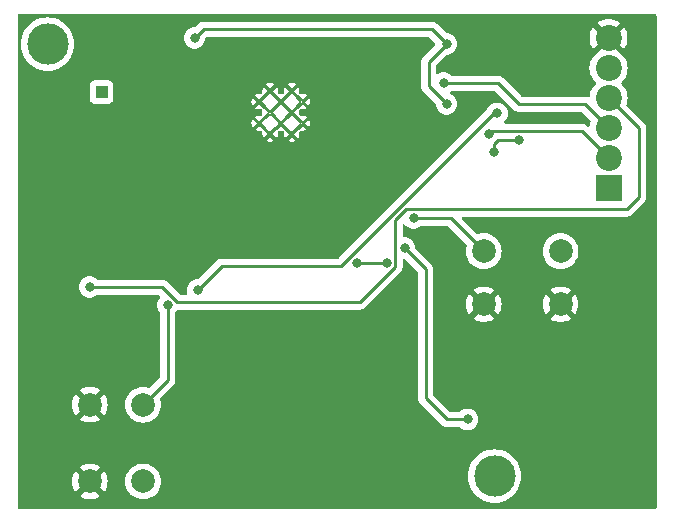
<source format=gbl>
G04 #@! TF.GenerationSoftware,KiCad,Pcbnew,7.0.8*
G04 #@! TF.CreationDate,2023-10-19T15:12:35+02:00*
G04 #@! TF.ProjectId,ESP32-aqs,45535033-322d-4617-9173-2e6b69636164,rev?*
G04 #@! TF.SameCoordinates,Original*
G04 #@! TF.FileFunction,Copper,L2,Bot*
G04 #@! TF.FilePolarity,Positive*
%FSLAX46Y46*%
G04 Gerber Fmt 4.6, Leading zero omitted, Abs format (unit mm)*
G04 Created by KiCad (PCBNEW 7.0.8) date 2023-10-19 15:12:35*
%MOMM*%
%LPD*%
G01*
G04 APERTURE LIST*
G04 #@! TA.AperFunction,ComponentPad*
%ADD10C,3.500000*%
G04 #@! TD*
G04 #@! TA.AperFunction,ComponentPad*
%ADD11C,2.000000*%
G04 #@! TD*
G04 #@! TA.AperFunction,ComponentPad*
%ADD12C,0.300000*%
G04 #@! TD*
G04 #@! TA.AperFunction,ComponentPad*
%ADD13R,1.000000X1.000000*%
G04 #@! TD*
G04 #@! TA.AperFunction,ComponentPad*
%ADD14R,2.200000X2.200000*%
G04 #@! TD*
G04 #@! TA.AperFunction,ComponentPad*
%ADD15C,2.200000*%
G04 #@! TD*
G04 #@! TA.AperFunction,ViaPad*
%ADD16C,0.800000*%
G04 #@! TD*
G04 #@! TA.AperFunction,Conductor*
%ADD17C,0.250000*%
G04 #@! TD*
G04 APERTURE END LIST*
D10*
X173736000Y-105156000D03*
D11*
X139482000Y-105612000D03*
X139482000Y-99112000D03*
X143982000Y-105612000D03*
X143982000Y-99112000D03*
D12*
X154727500Y-72530000D03*
X156562500Y-72530000D03*
X153810000Y-73447500D03*
X155645000Y-73447500D03*
X157480000Y-73447500D03*
X154727500Y-74365000D03*
X156562500Y-74365000D03*
X153810000Y-75282500D03*
X155645000Y-75282500D03*
X157480000Y-75282500D03*
X154727500Y-76200000D03*
X156562500Y-76200000D03*
D10*
X135890000Y-68580000D03*
D13*
X140462000Y-72644000D03*
D14*
X183388000Y-80772000D03*
D15*
X183388000Y-78232000D03*
X183388000Y-75692000D03*
X183388000Y-73152000D03*
X183388000Y-70612000D03*
X183388000Y-68072000D03*
D11*
X172824000Y-86106000D03*
X179324000Y-86106000D03*
X172824000Y-90606000D03*
X179324000Y-90606000D03*
D16*
X139446000Y-89154000D03*
X165100000Y-89408000D03*
X182324000Y-97850000D03*
X173687000Y-77749000D03*
X169672000Y-73660000D03*
X148336000Y-68072000D03*
X169672000Y-68580000D03*
X175768000Y-76708000D03*
X146050000Y-90678000D03*
X173309075Y-76199500D03*
X169418000Y-71882000D03*
X171450000Y-100350000D03*
X166116000Y-85852000D03*
X148590000Y-89408000D03*
X173941000Y-74447000D03*
X162052000Y-87122000D03*
X164592000Y-87122000D03*
X166878000Y-83312000D03*
D17*
X162315305Y-90424000D02*
X165317000Y-87422305D01*
X139446000Y-89154000D02*
X145551305Y-89154000D01*
X165317000Y-83468091D02*
X166235091Y-82550000D01*
X146812000Y-90414695D02*
X147056695Y-90414695D01*
X184912000Y-82550000D02*
X185928000Y-81534000D01*
X166235091Y-82550000D02*
X184912000Y-82550000D01*
X165317000Y-87422305D02*
X165317000Y-83468091D01*
X145551305Y-89154000D02*
X146812000Y-90414695D01*
X147056695Y-90414695D02*
X147066000Y-90424000D01*
X185928000Y-75692000D02*
X183388000Y-73152000D01*
X185928000Y-81534000D02*
X185928000Y-75692000D01*
X147066000Y-90424000D02*
X162315305Y-90424000D01*
X173687000Y-77011000D02*
X173990000Y-76708000D01*
X173687000Y-77749000D02*
X173687000Y-77011000D01*
X173990000Y-76708000D02*
X175768000Y-76708000D01*
X149098000Y-67310000D02*
X148336000Y-68072000D01*
X169672000Y-68580000D02*
X168402000Y-67310000D01*
X168148000Y-70104000D02*
X168148000Y-72136000D01*
X168148000Y-72136000D02*
X169672000Y-73660000D01*
X168402000Y-67310000D02*
X149098000Y-67310000D01*
X169672000Y-68580000D02*
X168148000Y-70104000D01*
X146050000Y-97044000D02*
X143982000Y-99112000D01*
X146050000Y-90678000D02*
X146050000Y-97044000D01*
X173309075Y-76199500D02*
X173562575Y-75946000D01*
X173562575Y-75946000D02*
X181102000Y-75946000D01*
X181102000Y-75946000D02*
X183388000Y-78232000D01*
X183388000Y-75692000D02*
X181356000Y-73660000D01*
X173990000Y-71882000D02*
X169418000Y-71882000D01*
X175768000Y-73660000D02*
X173990000Y-71882000D01*
X181356000Y-73660000D02*
X175768000Y-73660000D01*
X171450000Y-100350000D02*
X169692000Y-100350000D01*
X167894000Y-87630000D02*
X166116000Y-85852000D01*
X167894000Y-98552000D02*
X167894000Y-87630000D01*
X169692000Y-100350000D02*
X167894000Y-98552000D01*
X173941000Y-74447000D02*
X173701695Y-74447000D01*
X173701695Y-74447000D02*
X160772695Y-87376000D01*
X160772695Y-87376000D02*
X150622000Y-87376000D01*
X150622000Y-87376000D02*
X148590000Y-89408000D01*
X162052000Y-87122000D02*
X164592000Y-87122000D01*
X166878000Y-83312000D02*
X170030000Y-83312000D01*
X170030000Y-83312000D02*
X172824000Y-86106000D01*
G04 #@! TA.AperFunction,Conductor*
G36*
X187394539Y-66060185D02*
G01*
X187440294Y-66112989D01*
X187451500Y-66164500D01*
X187451500Y-107825500D01*
X187431815Y-107892539D01*
X187379011Y-107938294D01*
X187327500Y-107949500D01*
X133474500Y-107949500D01*
X133407461Y-107929815D01*
X133361706Y-107877011D01*
X133350500Y-107825500D01*
X133350500Y-105612005D01*
X137976859Y-105612005D01*
X137997385Y-105859729D01*
X137997387Y-105859738D01*
X138058412Y-106100717D01*
X138158266Y-106328364D01*
X138258564Y-106481882D01*
X138956070Y-105784376D01*
X138958884Y-105797915D01*
X139028442Y-105932156D01*
X139131638Y-106042652D01*
X139260819Y-106121209D01*
X139312002Y-106135549D01*
X138611942Y-106835609D01*
X138658768Y-106872055D01*
X138658770Y-106872056D01*
X138877385Y-106990364D01*
X138877396Y-106990369D01*
X139112506Y-107071083D01*
X139357707Y-107112000D01*
X139606293Y-107112000D01*
X139851493Y-107071083D01*
X140086603Y-106990369D01*
X140086614Y-106990364D01*
X140305228Y-106872057D01*
X140305231Y-106872055D01*
X140352056Y-106835609D01*
X139653568Y-106137121D01*
X139770458Y-106086349D01*
X139887739Y-105990934D01*
X139974928Y-105867415D01*
X140005354Y-105781802D01*
X140705434Y-106481882D01*
X140805731Y-106328369D01*
X140905587Y-106100717D01*
X140966612Y-105859738D01*
X140966614Y-105859729D01*
X140987141Y-105612005D01*
X140987141Y-105612000D01*
X142468835Y-105612000D01*
X142487465Y-105848714D01*
X142542895Y-106079595D01*
X142542895Y-106079597D01*
X142633757Y-106298959D01*
X142633759Y-106298962D01*
X142757820Y-106501410D01*
X142757821Y-106501413D01*
X142757824Y-106501416D01*
X142912031Y-106681969D01*
X142999210Y-106756427D01*
X143092586Y-106836178D01*
X143092589Y-106836179D01*
X143295037Y-106960240D01*
X143295040Y-106960242D01*
X143514403Y-107051104D01*
X143514404Y-107051104D01*
X143514406Y-107051105D01*
X143745289Y-107106535D01*
X143982000Y-107125165D01*
X144218711Y-107106535D01*
X144449594Y-107051105D01*
X144449596Y-107051104D01*
X144449597Y-107051104D01*
X144668959Y-106960242D01*
X144668960Y-106960241D01*
X144668963Y-106960240D01*
X144871416Y-106836176D01*
X145051969Y-106681969D01*
X145206176Y-106501416D01*
X145330240Y-106298963D01*
X145334915Y-106287678D01*
X145421104Y-106079597D01*
X145421104Y-106079596D01*
X145421105Y-106079594D01*
X145476535Y-105848711D01*
X145495165Y-105612000D01*
X145476535Y-105375289D01*
X145423888Y-105156000D01*
X171472654Y-105156000D01*
X171492017Y-105451424D01*
X171492018Y-105451436D01*
X171549774Y-105741789D01*
X171549779Y-105741809D01*
X171644937Y-106022137D01*
X171644941Y-106022147D01*
X171775879Y-106287663D01*
X171775888Y-106287678D01*
X171803074Y-106328364D01*
X171918703Y-106501416D01*
X171940368Y-106533839D01*
X172135572Y-106756427D01*
X172225862Y-106835609D01*
X172358162Y-106951633D01*
X172604327Y-107116115D01*
X172604330Y-107116116D01*
X172604336Y-107116120D01*
X172869852Y-107247058D01*
X172869862Y-107247062D01*
X173150190Y-107342220D01*
X173150194Y-107342221D01*
X173150203Y-107342224D01*
X173346493Y-107381269D01*
X173440563Y-107399981D01*
X173440564Y-107399981D01*
X173440574Y-107399983D01*
X173736000Y-107419346D01*
X174031426Y-107399983D01*
X174321797Y-107342224D01*
X174321809Y-107342220D01*
X174602137Y-107247062D01*
X174602147Y-107247058D01*
X174867663Y-107116120D01*
X174867663Y-107116119D01*
X174867673Y-107116115D01*
X175113838Y-106951633D01*
X175336427Y-106756427D01*
X175531633Y-106533838D01*
X175696115Y-106287673D01*
X175827059Y-106022145D01*
X175846270Y-105965553D01*
X175922220Y-105741809D01*
X175922220Y-105741808D01*
X175922224Y-105741797D01*
X175979983Y-105451426D01*
X175999346Y-105156000D01*
X175979983Y-104860574D01*
X175922224Y-104570203D01*
X175912661Y-104542031D01*
X175827062Y-104289862D01*
X175827058Y-104289852D01*
X175696120Y-104024336D01*
X175696111Y-104024321D01*
X175693894Y-104021003D01*
X175531633Y-103778162D01*
X175488864Y-103729393D01*
X175336427Y-103555572D01*
X175113839Y-103360368D01*
X174867678Y-103195888D01*
X174867663Y-103195879D01*
X174602147Y-103064941D01*
X174602137Y-103064937D01*
X174321809Y-102969779D01*
X174321789Y-102969774D01*
X174031436Y-102912018D01*
X174031427Y-102912017D01*
X174031426Y-102912017D01*
X173736000Y-102892654D01*
X173440574Y-102912017D01*
X173440573Y-102912017D01*
X173440563Y-102912018D01*
X173150210Y-102969774D01*
X173150190Y-102969779D01*
X172869862Y-103064937D01*
X172869852Y-103064941D01*
X172604336Y-103195879D01*
X172604321Y-103195888D01*
X172358160Y-103360368D01*
X172135572Y-103555572D01*
X171940368Y-103778160D01*
X171775888Y-104024321D01*
X171775879Y-104024336D01*
X171644941Y-104289852D01*
X171644937Y-104289862D01*
X171549779Y-104570190D01*
X171549774Y-104570210D01*
X171492018Y-104860563D01*
X171492017Y-104860575D01*
X171472654Y-105156000D01*
X145423888Y-105156000D01*
X145421105Y-105144406D01*
X145421104Y-105144403D01*
X145421104Y-105144402D01*
X145330242Y-104925040D01*
X145330240Y-104925037D01*
X145206179Y-104722589D01*
X145206178Y-104722586D01*
X145171340Y-104681797D01*
X145051969Y-104542031D01*
X144872078Y-104388389D01*
X144871413Y-104387821D01*
X144871410Y-104387820D01*
X144668962Y-104263759D01*
X144668959Y-104263757D01*
X144449596Y-104172895D01*
X144218714Y-104117465D01*
X143982000Y-104098835D01*
X143745285Y-104117465D01*
X143514404Y-104172895D01*
X143514402Y-104172895D01*
X143295040Y-104263757D01*
X143295037Y-104263759D01*
X143092589Y-104387820D01*
X143092586Y-104387821D01*
X142912031Y-104542031D01*
X142757821Y-104722586D01*
X142757820Y-104722589D01*
X142633759Y-104925037D01*
X142633757Y-104925040D01*
X142542895Y-105144402D01*
X142542895Y-105144404D01*
X142487465Y-105375285D01*
X142468835Y-105612000D01*
X140987141Y-105612000D01*
X140987141Y-105611994D01*
X140966614Y-105364270D01*
X140966612Y-105364261D01*
X140905587Y-105123282D01*
X140805731Y-104895630D01*
X140705434Y-104742116D01*
X140007929Y-105439622D01*
X140005116Y-105426085D01*
X139935558Y-105291844D01*
X139832362Y-105181348D01*
X139703181Y-105102791D01*
X139651997Y-105088450D01*
X140352057Y-104388390D01*
X140352056Y-104388389D01*
X140305229Y-104351943D01*
X140086614Y-104233635D01*
X140086603Y-104233630D01*
X139851493Y-104152916D01*
X139606293Y-104112000D01*
X139357707Y-104112000D01*
X139112506Y-104152916D01*
X138877396Y-104233630D01*
X138877390Y-104233632D01*
X138658761Y-104351949D01*
X138611942Y-104388388D01*
X138611942Y-104388390D01*
X139310431Y-105086878D01*
X139193542Y-105137651D01*
X139076261Y-105233066D01*
X138989072Y-105356585D01*
X138958645Y-105442197D01*
X138258564Y-104742116D01*
X138158267Y-104895632D01*
X138058412Y-105123282D01*
X137997387Y-105364261D01*
X137997385Y-105364270D01*
X137976859Y-105611994D01*
X137976859Y-105612005D01*
X133350500Y-105612005D01*
X133350500Y-99112005D01*
X137976859Y-99112005D01*
X137997385Y-99359729D01*
X137997387Y-99359738D01*
X138058412Y-99600717D01*
X138158266Y-99828364D01*
X138258564Y-99981882D01*
X138956070Y-99284376D01*
X138958884Y-99297915D01*
X139028442Y-99432156D01*
X139131638Y-99542652D01*
X139260819Y-99621209D01*
X139312002Y-99635549D01*
X138611942Y-100335609D01*
X138658768Y-100372055D01*
X138658770Y-100372056D01*
X138877385Y-100490364D01*
X138877396Y-100490369D01*
X139112506Y-100571083D01*
X139357707Y-100612000D01*
X139606293Y-100612000D01*
X139851493Y-100571083D01*
X140086603Y-100490369D01*
X140086614Y-100490364D01*
X140305228Y-100372057D01*
X140305231Y-100372055D01*
X140352056Y-100335609D01*
X139653568Y-99637121D01*
X139770458Y-99586349D01*
X139887739Y-99490934D01*
X139974928Y-99367415D01*
X140005354Y-99281802D01*
X140705434Y-99981882D01*
X140805731Y-99828369D01*
X140905587Y-99600717D01*
X140966612Y-99359738D01*
X140966614Y-99359729D01*
X140987141Y-99112005D01*
X140987141Y-99111994D01*
X140966614Y-98864270D01*
X140966612Y-98864261D01*
X140905587Y-98623282D01*
X140805731Y-98395630D01*
X140705434Y-98242116D01*
X140007929Y-98939622D01*
X140005116Y-98926085D01*
X139935558Y-98791844D01*
X139832362Y-98681348D01*
X139703181Y-98602791D01*
X139651997Y-98588450D01*
X140352057Y-97888390D01*
X140352056Y-97888389D01*
X140305229Y-97851943D01*
X140086614Y-97733635D01*
X140086603Y-97733630D01*
X139851493Y-97652916D01*
X139606293Y-97612000D01*
X139357707Y-97612000D01*
X139112506Y-97652916D01*
X138877396Y-97733630D01*
X138877390Y-97733632D01*
X138658761Y-97851949D01*
X138611942Y-97888388D01*
X138611942Y-97888390D01*
X139310431Y-98586878D01*
X139193542Y-98637651D01*
X139076261Y-98733066D01*
X138989072Y-98856585D01*
X138958645Y-98942197D01*
X138258564Y-98242116D01*
X138158267Y-98395632D01*
X138058412Y-98623282D01*
X137997387Y-98864261D01*
X137997385Y-98864270D01*
X137976859Y-99111994D01*
X137976859Y-99112005D01*
X133350500Y-99112005D01*
X133350500Y-89154000D01*
X138532496Y-89154000D01*
X138552458Y-89343928D01*
X138552459Y-89343931D01*
X138611470Y-89525549D01*
X138611473Y-89525556D01*
X138706960Y-89690944D01*
X138834747Y-89832866D01*
X138989248Y-89945118D01*
X139163712Y-90022794D01*
X139350513Y-90062500D01*
X139541487Y-90062500D01*
X139728288Y-90022794D01*
X139902752Y-89945118D01*
X140057253Y-89832866D01*
X140061160Y-89828527D01*
X140120646Y-89791879D01*
X140153309Y-89787500D01*
X145237539Y-89787500D01*
X145304578Y-89807185D01*
X145325218Y-89823818D01*
X145384815Y-89883415D01*
X145418300Y-89944737D01*
X145413316Y-90014429D01*
X145389285Y-90054066D01*
X145310958Y-90141057D01*
X145215473Y-90306443D01*
X145215470Y-90306450D01*
X145178548Y-90420085D01*
X145156458Y-90488072D01*
X145136496Y-90678000D01*
X145156458Y-90867928D01*
X145156459Y-90867931D01*
X145215470Y-91049549D01*
X145215473Y-91049556D01*
X145276928Y-91156000D01*
X145310960Y-91214944D01*
X145384649Y-91296784D01*
X145414880Y-91359775D01*
X145416500Y-91379756D01*
X145416500Y-96730232D01*
X145396815Y-96797271D01*
X145380181Y-96817913D01*
X144559666Y-97638427D01*
X144498343Y-97671912D01*
X144443038Y-97671320D01*
X144218714Y-97617465D01*
X143982000Y-97598835D01*
X143745285Y-97617465D01*
X143514404Y-97672895D01*
X143514402Y-97672895D01*
X143295040Y-97763757D01*
X143295037Y-97763759D01*
X143092589Y-97887820D01*
X143092586Y-97887821D01*
X142912031Y-98042031D01*
X142757821Y-98222586D01*
X142757820Y-98222589D01*
X142633759Y-98425037D01*
X142633757Y-98425040D01*
X142542897Y-98644400D01*
X142542895Y-98644404D01*
X142487465Y-98875285D01*
X142468835Y-99112000D01*
X142487465Y-99348714D01*
X142542895Y-99579595D01*
X142542895Y-99579597D01*
X142633757Y-99798959D01*
X142633759Y-99798962D01*
X142757820Y-100001410D01*
X142757821Y-100001413D01*
X142757824Y-100001416D01*
X142912031Y-100181969D01*
X143051797Y-100301340D01*
X143092586Y-100336178D01*
X143092589Y-100336179D01*
X143295037Y-100460240D01*
X143295040Y-100460242D01*
X143514403Y-100551104D01*
X143514404Y-100551104D01*
X143514406Y-100551105D01*
X143745289Y-100606535D01*
X143982000Y-100625165D01*
X144218711Y-100606535D01*
X144449594Y-100551105D01*
X144449596Y-100551104D01*
X144449597Y-100551104D01*
X144668959Y-100460242D01*
X144668960Y-100460241D01*
X144668963Y-100460240D01*
X144871416Y-100336176D01*
X145051969Y-100181969D01*
X145206176Y-100001416D01*
X145330240Y-99798963D01*
X145421105Y-99579594D01*
X145476535Y-99348711D01*
X145495165Y-99112000D01*
X145476535Y-98875289D01*
X145422678Y-98650958D01*
X145426169Y-98581177D01*
X145455569Y-98534333D01*
X146438815Y-97551087D01*
X146451180Y-97541183D01*
X146451006Y-97540973D01*
X146457012Y-97536003D01*
X146457018Y-97536000D01*
X146504999Y-97484904D01*
X146526135Y-97463769D01*
X146530458Y-97458195D01*
X146534257Y-97453747D01*
X146566585Y-97419322D01*
X146576420Y-97401432D01*
X146587098Y-97385174D01*
X146599614Y-97369040D01*
X146618374Y-97325686D01*
X146620935Y-97320458D01*
X146643695Y-97279060D01*
X146648774Y-97259274D01*
X146655072Y-97240882D01*
X146663181Y-97222145D01*
X146670569Y-97175497D01*
X146671751Y-97169786D01*
X146683500Y-97124030D01*
X146683500Y-97103615D01*
X146685027Y-97084214D01*
X146688220Y-97064057D01*
X146683775Y-97017033D01*
X146683500Y-97011195D01*
X146683500Y-91379756D01*
X146703185Y-91312717D01*
X146715346Y-91296788D01*
X146789040Y-91214944D01*
X146846570Y-91115298D01*
X146897134Y-91067086D01*
X146965741Y-91053862D01*
X146984782Y-91057195D01*
X146985970Y-91057500D01*
X147006384Y-91057500D01*
X147025783Y-91059027D01*
X147045943Y-91062220D01*
X147092966Y-91057775D01*
X147098804Y-91057500D01*
X162231671Y-91057500D01*
X162247418Y-91059238D01*
X162247444Y-91058968D01*
X162255210Y-91059701D01*
X162255214Y-91059702D01*
X162325263Y-91057500D01*
X162355161Y-91057500D01*
X162355162Y-91057500D01*
X162356527Y-91057327D01*
X162362167Y-91056614D01*
X162367990Y-91056156D01*
X162394013Y-91055338D01*
X162415195Y-91054673D01*
X162424986Y-91051827D01*
X162434786Y-91048980D01*
X162453843Y-91045032D01*
X162474102Y-91042474D01*
X162518026Y-91025082D01*
X162523526Y-91023199D01*
X162568898Y-91010018D01*
X162586470Y-90999625D01*
X162603937Y-90991068D01*
X162622922Y-90983552D01*
X162661131Y-90955790D01*
X162666009Y-90952585D01*
X162706667Y-90928542D01*
X162721107Y-90914100D01*
X162735897Y-90901470D01*
X162752412Y-90889472D01*
X162782527Y-90853067D01*
X162786431Y-90848776D01*
X165705817Y-87929391D01*
X165718178Y-87919490D01*
X165718004Y-87919280D01*
X165724013Y-87914307D01*
X165724018Y-87914305D01*
X165771983Y-87863226D01*
X165793135Y-87842075D01*
X165797461Y-87836497D01*
X165801250Y-87832060D01*
X165833586Y-87797626D01*
X165843419Y-87779737D01*
X165854102Y-87763474D01*
X165866614Y-87747346D01*
X165885371Y-87703996D01*
X165887941Y-87698752D01*
X165888421Y-87697880D01*
X165910695Y-87657365D01*
X165915774Y-87637578D01*
X165922070Y-87619190D01*
X165930181Y-87600450D01*
X165937569Y-87553802D01*
X165938751Y-87548091D01*
X165950500Y-87502335D01*
X165950500Y-87481920D01*
X165952027Y-87462519D01*
X165953338Y-87454242D01*
X165955220Y-87442362D01*
X165950775Y-87395338D01*
X165950500Y-87389500D01*
X165950500Y-86884500D01*
X165970185Y-86817461D01*
X166022989Y-86771706D01*
X166074500Y-86760500D01*
X166077234Y-86760500D01*
X166144273Y-86780185D01*
X166164915Y-86796819D01*
X167224181Y-87856085D01*
X167257666Y-87917408D01*
X167260500Y-87943766D01*
X167260500Y-98468366D01*
X167258761Y-98484113D01*
X167259032Y-98484139D01*
X167258298Y-98491905D01*
X167260500Y-98561957D01*
X167260500Y-98591859D01*
X167261384Y-98598856D01*
X167261842Y-98604679D01*
X167263326Y-98651889D01*
X167263327Y-98651891D01*
X167269022Y-98671495D01*
X167272967Y-98690542D01*
X167275526Y-98710797D01*
X167275527Y-98710800D01*
X167275528Y-98710803D01*
X167292914Y-98754716D01*
X167294806Y-98760244D01*
X167307981Y-98805592D01*
X167318372Y-98823162D01*
X167326932Y-98840635D01*
X167334447Y-98859617D01*
X167362209Y-98897827D01*
X167365418Y-98902712D01*
X167379240Y-98926085D01*
X167389458Y-98943362D01*
X167389462Y-98943366D01*
X167403889Y-98957793D01*
X167416526Y-98972588D01*
X167428528Y-98989107D01*
X167464931Y-99019222D01*
X167469231Y-99023135D01*
X168781704Y-100335609D01*
X169184912Y-100738817D01*
X169194819Y-100751183D01*
X169195029Y-100751010D01*
X169199996Y-100757015D01*
X169251079Y-100804984D01*
X169272224Y-100826130D01*
X169277813Y-100830466D01*
X169282245Y-100834252D01*
X169314159Y-100864220D01*
X169316680Y-100866587D01*
X169334562Y-100876417D01*
X169350829Y-100887102D01*
X169366960Y-100899615D01*
X169388838Y-100909081D01*
X169410307Y-100918371D01*
X169415533Y-100920931D01*
X169456940Y-100943695D01*
X169476716Y-100948772D01*
X169495124Y-100955075D01*
X169513850Y-100963179D01*
X169513852Y-100963180D01*
X169513853Y-100963180D01*
X169513855Y-100963181D01*
X169554784Y-100969663D01*
X169560503Y-100970569D01*
X169566212Y-100971751D01*
X169611970Y-100983500D01*
X169632384Y-100983500D01*
X169651783Y-100985027D01*
X169671943Y-100988220D01*
X169718966Y-100983775D01*
X169724804Y-100983500D01*
X170742691Y-100983500D01*
X170809730Y-101003185D01*
X170834840Y-101024527D01*
X170838747Y-101028866D01*
X170993248Y-101141118D01*
X171167712Y-101218794D01*
X171354513Y-101258500D01*
X171545487Y-101258500D01*
X171732288Y-101218794D01*
X171906752Y-101141118D01*
X172061253Y-101028866D01*
X172189040Y-100886944D01*
X172284527Y-100721556D01*
X172343542Y-100539928D01*
X172363504Y-100350000D01*
X172343542Y-100160072D01*
X172284527Y-99978444D01*
X172189040Y-99813056D01*
X172061253Y-99671134D01*
X171906752Y-99558882D01*
X171732288Y-99481206D01*
X171732286Y-99481205D01*
X171545487Y-99441500D01*
X171354513Y-99441500D01*
X171167714Y-99481205D01*
X170993246Y-99558883D01*
X170838745Y-99671135D01*
X170834840Y-99675473D01*
X170775354Y-99712121D01*
X170742691Y-99716500D01*
X170005766Y-99716500D01*
X169938727Y-99696815D01*
X169918085Y-99680181D01*
X168563819Y-98325914D01*
X168530334Y-98264591D01*
X168527500Y-98238233D01*
X168527500Y-90606005D01*
X171318859Y-90606005D01*
X171339385Y-90853729D01*
X171339387Y-90853738D01*
X171400412Y-91094717D01*
X171500266Y-91322364D01*
X171600564Y-91475882D01*
X172298070Y-90778376D01*
X172300884Y-90791915D01*
X172370442Y-90926156D01*
X172473638Y-91036652D01*
X172602819Y-91115209D01*
X172654002Y-91129549D01*
X171953942Y-91829609D01*
X172000768Y-91866055D01*
X172000770Y-91866056D01*
X172219385Y-91984364D01*
X172219396Y-91984369D01*
X172454506Y-92065083D01*
X172699707Y-92106000D01*
X172948293Y-92106000D01*
X173193493Y-92065083D01*
X173428603Y-91984369D01*
X173428614Y-91984364D01*
X173647228Y-91866057D01*
X173647231Y-91866055D01*
X173694056Y-91829609D01*
X172995568Y-91131121D01*
X173112458Y-91080349D01*
X173229739Y-90984934D01*
X173316928Y-90861415D01*
X173347354Y-90775802D01*
X174047434Y-91475882D01*
X174147731Y-91322369D01*
X174247587Y-91094717D01*
X174308612Y-90853738D01*
X174308614Y-90853729D01*
X174329141Y-90606005D01*
X177818859Y-90606005D01*
X177839385Y-90853729D01*
X177839387Y-90853738D01*
X177900412Y-91094717D01*
X178000266Y-91322364D01*
X178100564Y-91475882D01*
X178798070Y-90778376D01*
X178800884Y-90791915D01*
X178870442Y-90926156D01*
X178973638Y-91036652D01*
X179102819Y-91115209D01*
X179154002Y-91129549D01*
X178453942Y-91829609D01*
X178500768Y-91866055D01*
X178500770Y-91866056D01*
X178719385Y-91984364D01*
X178719396Y-91984369D01*
X178954506Y-92065083D01*
X179199707Y-92106000D01*
X179448293Y-92106000D01*
X179693493Y-92065083D01*
X179928603Y-91984369D01*
X179928614Y-91984364D01*
X180147228Y-91866057D01*
X180147231Y-91866055D01*
X180194056Y-91829609D01*
X179495568Y-91131121D01*
X179612458Y-91080349D01*
X179729739Y-90984934D01*
X179816928Y-90861415D01*
X179847354Y-90775802D01*
X180547434Y-91475882D01*
X180647731Y-91322369D01*
X180747587Y-91094717D01*
X180808612Y-90853738D01*
X180808614Y-90853729D01*
X180829141Y-90606005D01*
X180829141Y-90605994D01*
X180808614Y-90358270D01*
X180808612Y-90358261D01*
X180747587Y-90117282D01*
X180647731Y-89889630D01*
X180547434Y-89736116D01*
X179849929Y-90433622D01*
X179847116Y-90420085D01*
X179777558Y-90285844D01*
X179674362Y-90175348D01*
X179545181Y-90096791D01*
X179493997Y-90082450D01*
X180194057Y-89382390D01*
X180194056Y-89382389D01*
X180147229Y-89345943D01*
X179928614Y-89227635D01*
X179928603Y-89227630D01*
X179693493Y-89146916D01*
X179448293Y-89106000D01*
X179199707Y-89106000D01*
X178954506Y-89146916D01*
X178719396Y-89227630D01*
X178719390Y-89227632D01*
X178500761Y-89345949D01*
X178453942Y-89382388D01*
X178453942Y-89382390D01*
X179152431Y-90080878D01*
X179035542Y-90131651D01*
X178918261Y-90227066D01*
X178831072Y-90350585D01*
X178800645Y-90436197D01*
X178100564Y-89736116D01*
X178000267Y-89889632D01*
X177900412Y-90117282D01*
X177839387Y-90358261D01*
X177839385Y-90358270D01*
X177818859Y-90605994D01*
X177818859Y-90606005D01*
X174329141Y-90606005D01*
X174329141Y-90605994D01*
X174308614Y-90358270D01*
X174308612Y-90358261D01*
X174247587Y-90117282D01*
X174147731Y-89889630D01*
X174047434Y-89736116D01*
X173349929Y-90433622D01*
X173347116Y-90420085D01*
X173277558Y-90285844D01*
X173174362Y-90175348D01*
X173045181Y-90096791D01*
X172993997Y-90082450D01*
X173694057Y-89382390D01*
X173694056Y-89382389D01*
X173647229Y-89345943D01*
X173428614Y-89227635D01*
X173428603Y-89227630D01*
X173193493Y-89146916D01*
X172948293Y-89106000D01*
X172699707Y-89106000D01*
X172454506Y-89146916D01*
X172219396Y-89227630D01*
X172219390Y-89227632D01*
X172000761Y-89345949D01*
X171953942Y-89382388D01*
X171953942Y-89382390D01*
X172652431Y-90080878D01*
X172535542Y-90131651D01*
X172418261Y-90227066D01*
X172331072Y-90350585D01*
X172300645Y-90436197D01*
X171600564Y-89736116D01*
X171500267Y-89889632D01*
X171400412Y-90117282D01*
X171339387Y-90358261D01*
X171339385Y-90358270D01*
X171318859Y-90605994D01*
X171318859Y-90606005D01*
X168527500Y-90606005D01*
X168527500Y-87713632D01*
X168529239Y-87697880D01*
X168528968Y-87697855D01*
X168529700Y-87690099D01*
X168529702Y-87690092D01*
X168527500Y-87620028D01*
X168527500Y-87590144D01*
X168526614Y-87583141D01*
X168526157Y-87577322D01*
X168525418Y-87553802D01*
X168524674Y-87530111D01*
X168518976Y-87510499D01*
X168515033Y-87491466D01*
X168512474Y-87471203D01*
X168495085Y-87427286D01*
X168493196Y-87421766D01*
X168480018Y-87376407D01*
X168469626Y-87358835D01*
X168461066Y-87341362D01*
X168453552Y-87322383D01*
X168425794Y-87284179D01*
X168422587Y-87279296D01*
X168412873Y-87262871D01*
X168398542Y-87238638D01*
X168384108Y-87224204D01*
X168371471Y-87209409D01*
X168359472Y-87192893D01*
X168359470Y-87192890D01*
X168323073Y-87162781D01*
X168318751Y-87158847D01*
X167062620Y-85902715D01*
X167029135Y-85841392D01*
X167026982Y-85828012D01*
X167009542Y-85662072D01*
X166950527Y-85480444D01*
X166855040Y-85315056D01*
X166727253Y-85173134D01*
X166572752Y-85060882D01*
X166398288Y-84983206D01*
X166398286Y-84983205D01*
X166211487Y-84943500D01*
X166074500Y-84943500D01*
X166007461Y-84923815D01*
X165961706Y-84871011D01*
X165950500Y-84819500D01*
X165950500Y-83962668D01*
X165970185Y-83895629D01*
X166022989Y-83849874D01*
X166092147Y-83839930D01*
X166155703Y-83868955D01*
X166166643Y-83879689D01*
X166266747Y-83990866D01*
X166421248Y-84103118D01*
X166595712Y-84180794D01*
X166782513Y-84220500D01*
X166973487Y-84220500D01*
X167160288Y-84180794D01*
X167334752Y-84103118D01*
X167489253Y-83990866D01*
X167493160Y-83986527D01*
X167552646Y-83949879D01*
X167585309Y-83945500D01*
X169716234Y-83945500D01*
X169783273Y-83965185D01*
X169803915Y-83981819D01*
X171350428Y-85528332D01*
X171383913Y-85589655D01*
X171383321Y-85644960D01*
X171329465Y-85869285D01*
X171310835Y-86106000D01*
X171329465Y-86342714D01*
X171384895Y-86573595D01*
X171384895Y-86573597D01*
X171475757Y-86792959D01*
X171475759Y-86792962D01*
X171599820Y-86995410D01*
X171599821Y-86995413D01*
X171599824Y-86995416D01*
X171754031Y-87175969D01*
X171880731Y-87284181D01*
X171934586Y-87330178D01*
X171934588Y-87330178D01*
X172036171Y-87392429D01*
X172137037Y-87454240D01*
X172137040Y-87454242D01*
X172356403Y-87545104D01*
X172356404Y-87545104D01*
X172356406Y-87545105D01*
X172587289Y-87600535D01*
X172824000Y-87619165D01*
X173060711Y-87600535D01*
X173291594Y-87545105D01*
X173291596Y-87545104D01*
X173291597Y-87545104D01*
X173510959Y-87454242D01*
X173510960Y-87454241D01*
X173510963Y-87454240D01*
X173713416Y-87330176D01*
X173893969Y-87175969D01*
X174048176Y-86995416D01*
X174172240Y-86792963D01*
X174173476Y-86789981D01*
X174263104Y-86573597D01*
X174263104Y-86573596D01*
X174263105Y-86573594D01*
X174318535Y-86342711D01*
X174337165Y-86106000D01*
X177810835Y-86106000D01*
X177829465Y-86342714D01*
X177884895Y-86573595D01*
X177884895Y-86573597D01*
X177975757Y-86792959D01*
X177975759Y-86792962D01*
X178099820Y-86995410D01*
X178099821Y-86995413D01*
X178099824Y-86995416D01*
X178254031Y-87175969D01*
X178380731Y-87284181D01*
X178434586Y-87330178D01*
X178434588Y-87330178D01*
X178536171Y-87392429D01*
X178637037Y-87454240D01*
X178637040Y-87454242D01*
X178856403Y-87545104D01*
X178856404Y-87545104D01*
X178856406Y-87545105D01*
X179087289Y-87600535D01*
X179324000Y-87619165D01*
X179560711Y-87600535D01*
X179791594Y-87545105D01*
X179791596Y-87545104D01*
X179791597Y-87545104D01*
X180010959Y-87454242D01*
X180010960Y-87454241D01*
X180010963Y-87454240D01*
X180213416Y-87330176D01*
X180393969Y-87175969D01*
X180548176Y-86995416D01*
X180672240Y-86792963D01*
X180673476Y-86789981D01*
X180763104Y-86573597D01*
X180763104Y-86573596D01*
X180763105Y-86573594D01*
X180818535Y-86342711D01*
X180837165Y-86106000D01*
X180818535Y-85869289D01*
X180763105Y-85638406D01*
X180763104Y-85638403D01*
X180763104Y-85638402D01*
X180672242Y-85419040D01*
X180672240Y-85419037D01*
X180548179Y-85216589D01*
X180548178Y-85216586D01*
X180511066Y-85173134D01*
X180393969Y-85036031D01*
X180262581Y-84923815D01*
X180213413Y-84881821D01*
X180213410Y-84881820D01*
X180010962Y-84757759D01*
X180010959Y-84757757D01*
X179791596Y-84666895D01*
X179560714Y-84611465D01*
X179324000Y-84592835D01*
X179087285Y-84611465D01*
X178856404Y-84666895D01*
X178856402Y-84666895D01*
X178637040Y-84757757D01*
X178637037Y-84757759D01*
X178434589Y-84881820D01*
X178434586Y-84881821D01*
X178254031Y-85036031D01*
X178099821Y-85216586D01*
X178099820Y-85216589D01*
X177975759Y-85419037D01*
X177975757Y-85419040D01*
X177884895Y-85638402D01*
X177884895Y-85638404D01*
X177829465Y-85869285D01*
X177810835Y-86106000D01*
X174337165Y-86106000D01*
X174318535Y-85869289D01*
X174263105Y-85638406D01*
X174263104Y-85638403D01*
X174263104Y-85638402D01*
X174172242Y-85419040D01*
X174172240Y-85419037D01*
X174048179Y-85216589D01*
X174048178Y-85216586D01*
X174011066Y-85173134D01*
X173893969Y-85036031D01*
X173762581Y-84923815D01*
X173713413Y-84881821D01*
X173713410Y-84881820D01*
X173510962Y-84757759D01*
X173510959Y-84757757D01*
X173291596Y-84666895D01*
X173060714Y-84611465D01*
X172824000Y-84592835D01*
X172587285Y-84611465D01*
X172362960Y-84665321D01*
X172293177Y-84661830D01*
X172246332Y-84632428D01*
X171009086Y-83395181D01*
X170975601Y-83333858D01*
X170980585Y-83264166D01*
X171022457Y-83208233D01*
X171087921Y-83183816D01*
X171096767Y-83183500D01*
X184828366Y-83183500D01*
X184844113Y-83185238D01*
X184844139Y-83184968D01*
X184851905Y-83185701D01*
X184851909Y-83185702D01*
X184921958Y-83183500D01*
X184951856Y-83183500D01*
X184951857Y-83183500D01*
X184953222Y-83183327D01*
X184958862Y-83182614D01*
X184964685Y-83182156D01*
X184990708Y-83181338D01*
X185011890Y-83180673D01*
X185021681Y-83177827D01*
X185031481Y-83174980D01*
X185050538Y-83171032D01*
X185070797Y-83168474D01*
X185114721Y-83151082D01*
X185120221Y-83149199D01*
X185165593Y-83136018D01*
X185183165Y-83125625D01*
X185200632Y-83117068D01*
X185219617Y-83109552D01*
X185257826Y-83081790D01*
X185262704Y-83078585D01*
X185303362Y-83054542D01*
X185317802Y-83040100D01*
X185332592Y-83027470D01*
X185349107Y-83015472D01*
X185379222Y-82979067D01*
X185383126Y-82974776D01*
X186316813Y-82041089D01*
X186329177Y-82031186D01*
X186329003Y-82030976D01*
X186335015Y-82026002D01*
X186335015Y-82026001D01*
X186335018Y-82026000D01*
X186382984Y-81974920D01*
X186404135Y-81953770D01*
X186408461Y-81948192D01*
X186412250Y-81943755D01*
X186444586Y-81909321D01*
X186454419Y-81891432D01*
X186465102Y-81875169D01*
X186477614Y-81859041D01*
X186496371Y-81815691D01*
X186498941Y-81810447D01*
X186521693Y-81769064D01*
X186521693Y-81769063D01*
X186521695Y-81769060D01*
X186526774Y-81749273D01*
X186533070Y-81730885D01*
X186541181Y-81712145D01*
X186548569Y-81665497D01*
X186549751Y-81659786D01*
X186561500Y-81614030D01*
X186561500Y-81593615D01*
X186563027Y-81574214D01*
X186566220Y-81554057D01*
X186561775Y-81507033D01*
X186561500Y-81501195D01*
X186561500Y-75775626D01*
X186563238Y-75759881D01*
X186562967Y-75759856D01*
X186563701Y-75752093D01*
X186561500Y-75682059D01*
X186561500Y-75652150D01*
X186561500Y-75652144D01*
X186560615Y-75645140D01*
X186560156Y-75639311D01*
X186558673Y-75592109D01*
X186552979Y-75572514D01*
X186549032Y-75553457D01*
X186546474Y-75533203D01*
X186529088Y-75489291D01*
X186527196Y-75483764D01*
X186520798Y-75461744D01*
X186514018Y-75438406D01*
X186503625Y-75420833D01*
X186495063Y-75403355D01*
X186492303Y-75396384D01*
X186487552Y-75384383D01*
X186487550Y-75384380D01*
X186487549Y-75384378D01*
X186459794Y-75346177D01*
X186456586Y-75341293D01*
X186441031Y-75314992D01*
X186432542Y-75300637D01*
X186418108Y-75286203D01*
X186405469Y-75271406D01*
X186393471Y-75254892D01*
X186357084Y-75224790D01*
X186352762Y-75220857D01*
X184940083Y-73808178D01*
X184906598Y-73746855D01*
X184911582Y-73677163D01*
X184913181Y-73673099D01*
X184922505Y-73650591D01*
X184981609Y-73404403D01*
X185001474Y-73152000D01*
X184981609Y-72899597D01*
X184922505Y-72653409D01*
X184912809Y-72630000D01*
X184825616Y-72419497D01*
X184693331Y-72203629D01*
X184693330Y-72203627D01*
X184693329Y-72203626D01*
X184693328Y-72203624D01*
X184528898Y-72011102D01*
X184488136Y-71976287D01*
X184449945Y-71917785D01*
X184449445Y-71847917D01*
X184486798Y-71788870D01*
X184488029Y-71787802D01*
X184528898Y-71752898D01*
X184693328Y-71560376D01*
X184825616Y-71344502D01*
X184922505Y-71110591D01*
X184981609Y-70864403D01*
X185001474Y-70612000D01*
X184981609Y-70359597D01*
X184922505Y-70113409D01*
X184910300Y-70083943D01*
X184825616Y-69879497D01*
X184693331Y-69663629D01*
X184693330Y-69663627D01*
X184693329Y-69663626D01*
X184693328Y-69663624D01*
X184528898Y-69471102D01*
X184336376Y-69306672D01*
X184336374Y-69306670D01*
X184336372Y-69306669D01*
X184336370Y-69306668D01*
X184175185Y-69207893D01*
X184152294Y-69189847D01*
X183559568Y-68597121D01*
X183676458Y-68546349D01*
X183793739Y-68450934D01*
X183880928Y-68327415D01*
X183911354Y-68241801D01*
X184685732Y-69016179D01*
X184686424Y-69015371D01*
X184686432Y-69015360D01*
X184818019Y-68800631D01*
X184914396Y-68567956D01*
X184973187Y-68323072D01*
X184992947Y-68072000D01*
X184973187Y-67820927D01*
X184914396Y-67576043D01*
X184818019Y-67343368D01*
X184686432Y-67128638D01*
X184686430Y-67128636D01*
X184685732Y-67127819D01*
X183913929Y-67899622D01*
X183911116Y-67886085D01*
X183841558Y-67751844D01*
X183738362Y-67641348D01*
X183609181Y-67562791D01*
X183557996Y-67548449D01*
X184332178Y-66774266D01*
X184332178Y-66774264D01*
X184331374Y-66773577D01*
X184331358Y-66773566D01*
X184116631Y-66641980D01*
X183883956Y-66545603D01*
X183639072Y-66486812D01*
X183388000Y-66467052D01*
X183136927Y-66486812D01*
X182892043Y-66545603D01*
X182659368Y-66641980D01*
X182444637Y-66773568D01*
X182443820Y-66774266D01*
X183216432Y-67546878D01*
X183099542Y-67597651D01*
X182982261Y-67693066D01*
X182895072Y-67816585D01*
X182864644Y-67902198D01*
X182090266Y-67127820D01*
X182089568Y-67128637D01*
X181957980Y-67343368D01*
X181861603Y-67576043D01*
X181802812Y-67820927D01*
X181783052Y-68072000D01*
X181802812Y-68323072D01*
X181861603Y-68567956D01*
X181957980Y-68800631D01*
X182089566Y-69015358D01*
X182089577Y-69015374D01*
X182090264Y-69016178D01*
X182090266Y-69016178D01*
X182862070Y-68244373D01*
X182864884Y-68257915D01*
X182934442Y-68392156D01*
X183037638Y-68502652D01*
X183166819Y-68581209D01*
X183218002Y-68595549D01*
X182623706Y-69189845D01*
X182600816Y-69207890D01*
X182439630Y-69306668D01*
X182439621Y-69306674D01*
X182247102Y-69471102D01*
X182082669Y-69663627D01*
X182082668Y-69663629D01*
X181950383Y-69879497D01*
X181853495Y-70113406D01*
X181794391Y-70359593D01*
X181774526Y-70612000D01*
X181794391Y-70864406D01*
X181853495Y-71110593D01*
X181950383Y-71344502D01*
X182082668Y-71560370D01*
X182082669Y-71560372D01*
X182247102Y-71752898D01*
X182287862Y-71787711D01*
X182326054Y-71846218D01*
X182326552Y-71916086D01*
X182289198Y-71975132D01*
X182287862Y-71976289D01*
X182247102Y-72011101D01*
X182082669Y-72203627D01*
X182082668Y-72203629D01*
X181950383Y-72419497D01*
X181853495Y-72653406D01*
X181815484Y-72811737D01*
X181794391Y-72899597D01*
X181788450Y-72975088D01*
X181763565Y-73040376D01*
X181707334Y-73081846D01*
X181637609Y-73086333D01*
X181605098Y-73074022D01*
X181591062Y-73066306D01*
X181591061Y-73066305D01*
X181591060Y-73066305D01*
X181584669Y-73064664D01*
X181571287Y-73061228D01*
X181552881Y-73054926D01*
X181534144Y-73046818D01*
X181534146Y-73046818D01*
X181487496Y-73039430D01*
X181481781Y-73038246D01*
X181461612Y-73033068D01*
X181436032Y-73026500D01*
X181436030Y-73026500D01*
X181415616Y-73026500D01*
X181396217Y-73024973D01*
X181376058Y-73021780D01*
X181376057Y-73021780D01*
X181329034Y-73026225D01*
X181323196Y-73026500D01*
X176081766Y-73026500D01*
X176014727Y-73006815D01*
X175994085Y-72990181D01*
X174497088Y-71493183D01*
X174487187Y-71480823D01*
X174486977Y-71480998D01*
X174482002Y-71474986D01*
X174482000Y-71474982D01*
X174455657Y-71450245D01*
X174430921Y-71427015D01*
X174409768Y-71405863D01*
X174407792Y-71404331D01*
X174404183Y-71401531D01*
X174399750Y-71397744D01*
X174365321Y-71365414D01*
X174365319Y-71365412D01*
X174347431Y-71355578D01*
X174331170Y-71344897D01*
X174315039Y-71332384D01*
X174271693Y-71313627D01*
X174266445Y-71311056D01*
X174239251Y-71296106D01*
X174225060Y-71288305D01*
X174221660Y-71287432D01*
X174205287Y-71283228D01*
X174186881Y-71276926D01*
X174168144Y-71268818D01*
X174168146Y-71268818D01*
X174121496Y-71261430D01*
X174115781Y-71260246D01*
X174095612Y-71255068D01*
X174070032Y-71248500D01*
X174070030Y-71248500D01*
X174049616Y-71248500D01*
X174030217Y-71246973D01*
X174010058Y-71243780D01*
X174010057Y-71243780D01*
X173963034Y-71248225D01*
X173957196Y-71248500D01*
X170125309Y-71248500D01*
X170058270Y-71228815D01*
X170033160Y-71207473D01*
X170029254Y-71203135D01*
X169901882Y-71110593D01*
X169874752Y-71090882D01*
X169700288Y-71013206D01*
X169700286Y-71013205D01*
X169513487Y-70973500D01*
X169322513Y-70973500D01*
X169135714Y-71013205D01*
X169135712Y-71013206D01*
X168961248Y-71090882D01*
X168961246Y-71090883D01*
X168955935Y-71093248D01*
X168886685Y-71102532D01*
X168823409Y-71072904D01*
X168786196Y-71013769D01*
X168781500Y-70979968D01*
X168781500Y-70417766D01*
X168801185Y-70350727D01*
X168817819Y-70330085D01*
X169623085Y-69524819D01*
X169684408Y-69491334D01*
X169710766Y-69488500D01*
X169767487Y-69488500D01*
X169954288Y-69448794D01*
X170128752Y-69371118D01*
X170283253Y-69258866D01*
X170411040Y-69116944D01*
X170506527Y-68951556D01*
X170565542Y-68769928D01*
X170585504Y-68580000D01*
X170565542Y-68390072D01*
X170506527Y-68208444D01*
X170411040Y-68043056D01*
X170283253Y-67901134D01*
X170128752Y-67788882D01*
X169954288Y-67711206D01*
X169954286Y-67711205D01*
X169767487Y-67671500D01*
X169710767Y-67671500D01*
X169643728Y-67651815D01*
X169623086Y-67635181D01*
X168909088Y-66921183D01*
X168899187Y-66908823D01*
X168898977Y-66908998D01*
X168894002Y-66902986D01*
X168894000Y-66902982D01*
X168867658Y-66878245D01*
X168842922Y-66855016D01*
X168821768Y-66833863D01*
X168819792Y-66832331D01*
X168816183Y-66829531D01*
X168811750Y-66825744D01*
X168777321Y-66793414D01*
X168777319Y-66793412D01*
X168759431Y-66783578D01*
X168743170Y-66772897D01*
X168727039Y-66760384D01*
X168683693Y-66741627D01*
X168678445Y-66739056D01*
X168651019Y-66723979D01*
X168637060Y-66716305D01*
X168633660Y-66715432D01*
X168617287Y-66711228D01*
X168598881Y-66704926D01*
X168580144Y-66696818D01*
X168580146Y-66696818D01*
X168533496Y-66689430D01*
X168527781Y-66688246D01*
X168507612Y-66683068D01*
X168482032Y-66676500D01*
X168482030Y-66676500D01*
X168461616Y-66676500D01*
X168442217Y-66674973D01*
X168422058Y-66671780D01*
X168422057Y-66671780D01*
X168375034Y-66676225D01*
X168369196Y-66676500D01*
X149181632Y-66676500D01*
X149165880Y-66674760D01*
X149165855Y-66675032D01*
X149158093Y-66674298D01*
X149158092Y-66674298D01*
X149088029Y-66676500D01*
X149058144Y-66676500D01*
X149058141Y-66676500D01*
X149058129Y-66676501D01*
X149051137Y-66677384D01*
X149045320Y-66677841D01*
X148998114Y-66679325D01*
X148998107Y-66679326D01*
X148978500Y-66685022D01*
X148959461Y-66688965D01*
X148939211Y-66691524D01*
X148939201Y-66691526D01*
X148895291Y-66708911D01*
X148889765Y-66710803D01*
X148844412Y-66723979D01*
X148844407Y-66723981D01*
X148826833Y-66734374D01*
X148809372Y-66742928D01*
X148790386Y-66750446D01*
X148790384Y-66750447D01*
X148752172Y-66778208D01*
X148747290Y-66781415D01*
X148706637Y-66805457D01*
X148692201Y-66819894D01*
X148677415Y-66832523D01*
X148660893Y-66844528D01*
X148660891Y-66844529D01*
X148660891Y-66844530D01*
X148660889Y-66844532D01*
X148630781Y-66880925D01*
X148626848Y-66885246D01*
X148384913Y-67127182D01*
X148323593Y-67160666D01*
X148297234Y-67163500D01*
X148240513Y-67163500D01*
X148053714Y-67203205D01*
X147879246Y-67280883D01*
X147724745Y-67393135D01*
X147596959Y-67535057D01*
X147501473Y-67700443D01*
X147501470Y-67700450D01*
X147472737Y-67788883D01*
X147442458Y-67882072D01*
X147422496Y-68072000D01*
X147442458Y-68261928D01*
X147442459Y-68261931D01*
X147501470Y-68443549D01*
X147501473Y-68443556D01*
X147596960Y-68608944D01*
X147724747Y-68750866D01*
X147879248Y-68863118D01*
X148053712Y-68940794D01*
X148240513Y-68980500D01*
X148431487Y-68980500D01*
X148618288Y-68940794D01*
X148792752Y-68863118D01*
X148947253Y-68750866D01*
X149075040Y-68608944D01*
X149170527Y-68443556D01*
X149229542Y-68261928D01*
X149246981Y-68096000D01*
X149273564Y-68031389D01*
X149282622Y-68021282D01*
X149324089Y-67979817D01*
X149385413Y-67946333D01*
X149411768Y-67943500D01*
X168088234Y-67943500D01*
X168155273Y-67963185D01*
X168175915Y-67979819D01*
X168688414Y-68492318D01*
X168721899Y-68553641D01*
X168716915Y-68623333D01*
X168688414Y-68667680D01*
X167759179Y-69596914D01*
X167746820Y-69606818D01*
X167746993Y-69607027D01*
X167740983Y-69611999D01*
X167693016Y-69663078D01*
X167671872Y-69684222D01*
X167671857Y-69684239D01*
X167667531Y-69689814D01*
X167663747Y-69694244D01*
X167631419Y-69728671D01*
X167631412Y-69728681D01*
X167621579Y-69746567D01*
X167610903Y-69762820D01*
X167598386Y-69778957D01*
X167598385Y-69778959D01*
X167579625Y-69822310D01*
X167577055Y-69827556D01*
X167554303Y-69868941D01*
X167554303Y-69868942D01*
X167549225Y-69888720D01*
X167542925Y-69907122D01*
X167534818Y-69925857D01*
X167527431Y-69972495D01*
X167526246Y-69978216D01*
X167514500Y-70023965D01*
X167514500Y-70044384D01*
X167512973Y-70063783D01*
X167509780Y-70083941D01*
X167509780Y-70083942D01*
X167514225Y-70130966D01*
X167514500Y-70136804D01*
X167514500Y-72052366D01*
X167512761Y-72068113D01*
X167513032Y-72068139D01*
X167512298Y-72075905D01*
X167514500Y-72145957D01*
X167514500Y-72175859D01*
X167515384Y-72182856D01*
X167515842Y-72188679D01*
X167517326Y-72235889D01*
X167517327Y-72235891D01*
X167523022Y-72255495D01*
X167526967Y-72274542D01*
X167529526Y-72294797D01*
X167529527Y-72294800D01*
X167529528Y-72294803D01*
X167546914Y-72338716D01*
X167548806Y-72344244D01*
X167561981Y-72389592D01*
X167572372Y-72407162D01*
X167580932Y-72424635D01*
X167588447Y-72443617D01*
X167616209Y-72481827D01*
X167619418Y-72486712D01*
X167639032Y-72519879D01*
X167643458Y-72527362D01*
X167643462Y-72527366D01*
X167657889Y-72541793D01*
X167670526Y-72556588D01*
X167682528Y-72573107D01*
X167718931Y-72603222D01*
X167723231Y-72607135D01*
X168226482Y-73110386D01*
X168725378Y-73609282D01*
X168758863Y-73670605D01*
X168761018Y-73684001D01*
X168765211Y-73723891D01*
X168778458Y-73849928D01*
X168778459Y-73849931D01*
X168837470Y-74031549D01*
X168837473Y-74031556D01*
X168932960Y-74196944D01*
X169060747Y-74338866D01*
X169215248Y-74451118D01*
X169389712Y-74528794D01*
X169576513Y-74568500D01*
X169767487Y-74568500D01*
X169954288Y-74528794D01*
X170128752Y-74451118D01*
X170283253Y-74338866D01*
X170411040Y-74196944D01*
X170506527Y-74031556D01*
X170565542Y-73849928D01*
X170585504Y-73660000D01*
X170565542Y-73470072D01*
X170506527Y-73288444D01*
X170411040Y-73123056D01*
X170283253Y-72981134D01*
X170128752Y-72868882D01*
X170000400Y-72811736D01*
X169947163Y-72766486D01*
X169926842Y-72699637D01*
X169945887Y-72632414D01*
X169977951Y-72598139D01*
X170029253Y-72560866D01*
X170033160Y-72556527D01*
X170092646Y-72519879D01*
X170125309Y-72515500D01*
X173676234Y-72515500D01*
X173743273Y-72535185D01*
X173763915Y-72551819D01*
X175260910Y-74048814D01*
X175270816Y-74061178D01*
X175271026Y-74061005D01*
X175276001Y-74067019D01*
X175327095Y-74115000D01*
X175348224Y-74136129D01*
X175348228Y-74136132D01*
X175348231Y-74136135D01*
X175353805Y-74140458D01*
X175358247Y-74144252D01*
X175392678Y-74176585D01*
X175392681Y-74176587D01*
X175410563Y-74186417D01*
X175426830Y-74197102D01*
X175442959Y-74209614D01*
X175486307Y-74228371D01*
X175491533Y-74230931D01*
X175532940Y-74253695D01*
X175552716Y-74258772D01*
X175571124Y-74265075D01*
X175589850Y-74273179D01*
X175589852Y-74273180D01*
X175589853Y-74273180D01*
X175589855Y-74273181D01*
X175630784Y-74279663D01*
X175636503Y-74280569D01*
X175642212Y-74281751D01*
X175687970Y-74293500D01*
X175708384Y-74293500D01*
X175727783Y-74295027D01*
X175747943Y-74298220D01*
X175794966Y-74293775D01*
X175800804Y-74293500D01*
X181042234Y-74293500D01*
X181109273Y-74313185D01*
X181129915Y-74329819D01*
X181835915Y-75035820D01*
X181869400Y-75097143D01*
X181864416Y-75166835D01*
X181862796Y-75170950D01*
X181853497Y-75193401D01*
X181853495Y-75193407D01*
X181794391Y-75439595D01*
X181794390Y-75439601D01*
X181793576Y-75449945D01*
X181768689Y-75515232D01*
X181712455Y-75556700D01*
X181642729Y-75561182D01*
X181585075Y-75530601D01*
X181542922Y-75491016D01*
X181521768Y-75469863D01*
X181519792Y-75468331D01*
X181516183Y-75465531D01*
X181511750Y-75461744D01*
X181477321Y-75429414D01*
X181477319Y-75429412D01*
X181459431Y-75419578D01*
X181443170Y-75408897D01*
X181427039Y-75396384D01*
X181383693Y-75377627D01*
X181378445Y-75375056D01*
X181351251Y-75360106D01*
X181337060Y-75352305D01*
X181333660Y-75351432D01*
X181317287Y-75347228D01*
X181298881Y-75340926D01*
X181280144Y-75332818D01*
X181280146Y-75332818D01*
X181233496Y-75325430D01*
X181227781Y-75324246D01*
X181207612Y-75319068D01*
X181182032Y-75312500D01*
X181182030Y-75312500D01*
X181161616Y-75312500D01*
X181142217Y-75310973D01*
X181122058Y-75307780D01*
X181122057Y-75307780D01*
X181075034Y-75312225D01*
X181069196Y-75312500D01*
X174662715Y-75312500D01*
X174595676Y-75292815D01*
X174549921Y-75240011D01*
X174539977Y-75170853D01*
X174569002Y-75107297D01*
X174570565Y-75105528D01*
X174578115Y-75097143D01*
X174680040Y-74983944D01*
X174775527Y-74818556D01*
X174834542Y-74636928D01*
X174854504Y-74447000D01*
X174834542Y-74257072D01*
X174775527Y-74075444D01*
X174680040Y-73910056D01*
X174552253Y-73768134D01*
X174397752Y-73655882D01*
X174223288Y-73578206D01*
X174223286Y-73578205D01*
X174036487Y-73538500D01*
X173845513Y-73538500D01*
X173658714Y-73578205D01*
X173658712Y-73578206D01*
X173491847Y-73652499D01*
X173484246Y-73655883D01*
X173329745Y-73768135D01*
X173201959Y-73910057D01*
X173106473Y-74075443D01*
X173106472Y-74075445D01*
X173081559Y-74152119D01*
X173051309Y-74201480D01*
X160546609Y-86706181D01*
X160485286Y-86739666D01*
X160458928Y-86742500D01*
X150705631Y-86742500D01*
X150689879Y-86740760D01*
X150689854Y-86741032D01*
X150682092Y-86740298D01*
X150682091Y-86740298D01*
X150612028Y-86742500D01*
X150582144Y-86742500D01*
X150582141Y-86742500D01*
X150582129Y-86742501D01*
X150575137Y-86743384D01*
X150569320Y-86743841D01*
X150522114Y-86745325D01*
X150522107Y-86745326D01*
X150502500Y-86751022D01*
X150483461Y-86754965D01*
X150463211Y-86757524D01*
X150463201Y-86757526D01*
X150419291Y-86774911D01*
X150413765Y-86776803D01*
X150368412Y-86789979D01*
X150368407Y-86789981D01*
X150350833Y-86800374D01*
X150333372Y-86808928D01*
X150314386Y-86816446D01*
X150314384Y-86816447D01*
X150276172Y-86844208D01*
X150271290Y-86847415D01*
X150230637Y-86871457D01*
X150216201Y-86885894D01*
X150201415Y-86898523D01*
X150184893Y-86910528D01*
X150184891Y-86910529D01*
X150184891Y-86910530D01*
X150184888Y-86910532D01*
X150154780Y-86946925D01*
X150150849Y-86951246D01*
X148638914Y-88463181D01*
X148577591Y-88496666D01*
X148551233Y-88499500D01*
X148494513Y-88499500D01*
X148307714Y-88539205D01*
X148133246Y-88616883D01*
X147978745Y-88729135D01*
X147850959Y-88871057D01*
X147755473Y-89036443D01*
X147755470Y-89036450D01*
X147719578Y-89146916D01*
X147696458Y-89218072D01*
X147676496Y-89408000D01*
X147696458Y-89597928D01*
X147696459Y-89597931D01*
X147706288Y-89628182D01*
X147708283Y-89698023D01*
X147672202Y-89757856D01*
X147609501Y-89788684D01*
X147588357Y-89790500D01*
X147188629Y-89790500D01*
X147157792Y-89786604D01*
X147136728Y-89781195D01*
X147136725Y-89781195D01*
X147125766Y-89781195D01*
X147058727Y-89761510D01*
X147038085Y-89744876D01*
X146058393Y-88765183D01*
X146048492Y-88752823D01*
X146048282Y-88752998D01*
X146043307Y-88746986D01*
X146043305Y-88746982D01*
X146016962Y-88722245D01*
X145992226Y-88699015D01*
X145971073Y-88677863D01*
X145969097Y-88676331D01*
X145965488Y-88673531D01*
X145961055Y-88669744D01*
X145926626Y-88637414D01*
X145926624Y-88637412D01*
X145908736Y-88627578D01*
X145892475Y-88616897D01*
X145876344Y-88604384D01*
X145832998Y-88585627D01*
X145827750Y-88583056D01*
X145800556Y-88568106D01*
X145786365Y-88560305D01*
X145782965Y-88559432D01*
X145766592Y-88555228D01*
X145748186Y-88548926D01*
X145729449Y-88540818D01*
X145729451Y-88540818D01*
X145682801Y-88533430D01*
X145677086Y-88532246D01*
X145656917Y-88527068D01*
X145631337Y-88520500D01*
X145631335Y-88520500D01*
X145610921Y-88520500D01*
X145591522Y-88518973D01*
X145571363Y-88515780D01*
X145571362Y-88515780D01*
X145524339Y-88520225D01*
X145518501Y-88520500D01*
X140153309Y-88520500D01*
X140086270Y-88500815D01*
X140061160Y-88479473D01*
X140057254Y-88475135D01*
X139902753Y-88362883D01*
X139902752Y-88362882D01*
X139728288Y-88285206D01*
X139728286Y-88285205D01*
X139541487Y-88245500D01*
X139350513Y-88245500D01*
X139163714Y-88285205D01*
X138989246Y-88362883D01*
X138834745Y-88475135D01*
X138706959Y-88617057D01*
X138611473Y-88782443D01*
X138611470Y-88782450D01*
X138552459Y-88964068D01*
X138552458Y-88964072D01*
X138532496Y-89154000D01*
X133350500Y-89154000D01*
X133350500Y-76754431D01*
X154385199Y-76754431D01*
X154495312Y-76812223D01*
X154648575Y-76850000D01*
X154806425Y-76850000D01*
X154959685Y-76812224D01*
X155069797Y-76754431D01*
X156220199Y-76754431D01*
X156330312Y-76812223D01*
X156483575Y-76850000D01*
X156641425Y-76850000D01*
X156794685Y-76812224D01*
X156904799Y-76754430D01*
X156562501Y-76412132D01*
X156562500Y-76412132D01*
X156220199Y-76754430D01*
X156220199Y-76754431D01*
X155069797Y-76754431D01*
X155069799Y-76754430D01*
X154727501Y-76412132D01*
X154727500Y-76412132D01*
X154385199Y-76754430D01*
X154385199Y-76754431D01*
X133350500Y-76754431D01*
X133350500Y-75836931D01*
X153467699Y-75836931D01*
X153577812Y-75894723D01*
X153731075Y-75932500D01*
X153888926Y-75932500D01*
X153888928Y-75932499D01*
X153937453Y-75920539D01*
X154007255Y-75923607D01*
X154064318Y-75963926D01*
X154090523Y-76028695D01*
X154090225Y-76055881D01*
X154072726Y-76199999D01*
X154091753Y-76356699D01*
X154147722Y-76504283D01*
X154147725Y-76504288D01*
X154173596Y-76541770D01*
X154173597Y-76541770D01*
X154482876Y-76232492D01*
X154627500Y-76232492D01*
X154665697Y-76285065D01*
X154711662Y-76300000D01*
X154743338Y-76300000D01*
X154789303Y-76285065D01*
X154827500Y-76232492D01*
X154827500Y-76200000D01*
X154939632Y-76200000D01*
X155281401Y-76541770D01*
X155307273Y-76504290D01*
X155363247Y-76356697D01*
X155382273Y-76200000D01*
X155364774Y-76055882D01*
X155376234Y-75986959D01*
X155423138Y-75935172D01*
X155490593Y-75916965D01*
X155517546Y-75920538D01*
X155566077Y-75932500D01*
X155723926Y-75932500D01*
X155723928Y-75932499D01*
X155772453Y-75920539D01*
X155842255Y-75923607D01*
X155899318Y-75963926D01*
X155925523Y-76028695D01*
X155925225Y-76055881D01*
X155907726Y-76199999D01*
X155926753Y-76356699D01*
X155982722Y-76504283D01*
X155982725Y-76504288D01*
X156008596Y-76541770D01*
X156008597Y-76541770D01*
X156317876Y-76232492D01*
X156462500Y-76232492D01*
X156500697Y-76285065D01*
X156546662Y-76300000D01*
X156578338Y-76300000D01*
X156624303Y-76285065D01*
X156662500Y-76232492D01*
X156662500Y-76200000D01*
X156774632Y-76200000D01*
X157116401Y-76541770D01*
X157142273Y-76504290D01*
X157198247Y-76356697D01*
X157217273Y-76200000D01*
X157199774Y-76055882D01*
X157211234Y-75986959D01*
X157258138Y-75935172D01*
X157325593Y-75916965D01*
X157352546Y-75920538D01*
X157401077Y-75932500D01*
X157558925Y-75932500D01*
X157712185Y-75894724D01*
X157822299Y-75836930D01*
X157480001Y-75494632D01*
X157480000Y-75494632D01*
X157157466Y-75817164D01*
X157157463Y-75817165D01*
X157146958Y-75827672D01*
X157093361Y-75881268D01*
X157093357Y-75881274D01*
X156774632Y-76199999D01*
X156774632Y-76200000D01*
X156662500Y-76200000D01*
X156662500Y-76167508D01*
X156624303Y-76114935D01*
X156578338Y-76100000D01*
X156546662Y-76100000D01*
X156500697Y-76114935D01*
X156462500Y-76167508D01*
X156462500Y-76232492D01*
X156317876Y-76232492D01*
X156350368Y-76200000D01*
X156031641Y-75881273D01*
X156031639Y-75881270D01*
X155645001Y-75494632D01*
X155645000Y-75494632D01*
X155322466Y-75817164D01*
X155322463Y-75817165D01*
X155311958Y-75827672D01*
X155258361Y-75881268D01*
X155258357Y-75881274D01*
X154939632Y-76199999D01*
X154939632Y-76200000D01*
X154827500Y-76200000D01*
X154827500Y-76167508D01*
X154789303Y-76114935D01*
X154743338Y-76100000D01*
X154711662Y-76100000D01*
X154665697Y-76114935D01*
X154627500Y-76167508D01*
X154627500Y-76232492D01*
X154482876Y-76232492D01*
X154515368Y-76200000D01*
X154196641Y-75881273D01*
X154196639Y-75881270D01*
X153810001Y-75494632D01*
X153810000Y-75494632D01*
X153467699Y-75836930D01*
X153467699Y-75836931D01*
X133350500Y-75836931D01*
X133350500Y-75282500D01*
X153155226Y-75282500D01*
X153174253Y-75439199D01*
X153230222Y-75586783D01*
X153230225Y-75586788D01*
X153256096Y-75624270D01*
X153256097Y-75624270D01*
X153565376Y-75314992D01*
X153710000Y-75314992D01*
X153748197Y-75367565D01*
X153794162Y-75382500D01*
X153825838Y-75382500D01*
X153871803Y-75367565D01*
X153910000Y-75314992D01*
X153910000Y-75282499D01*
X154022132Y-75282499D01*
X154345663Y-75606030D01*
X154404967Y-75665335D01*
X154727499Y-75987867D01*
X155083921Y-75631444D01*
X155109338Y-75606029D01*
X155400374Y-75314992D01*
X155545000Y-75314992D01*
X155583197Y-75367565D01*
X155629162Y-75382500D01*
X155660838Y-75382500D01*
X155706803Y-75367565D01*
X155745000Y-75314992D01*
X155745000Y-75282499D01*
X155857131Y-75282499D01*
X156180663Y-75606030D01*
X156239967Y-75665335D01*
X156562499Y-75987867D01*
X156918921Y-75631444D01*
X156944338Y-75606029D01*
X157235374Y-75314992D01*
X157380000Y-75314992D01*
X157418197Y-75367565D01*
X157464162Y-75382500D01*
X157495838Y-75382500D01*
X157541803Y-75367565D01*
X157580000Y-75314992D01*
X157580000Y-75282501D01*
X157692132Y-75282501D01*
X158033901Y-75624270D01*
X158059773Y-75586790D01*
X158115747Y-75439197D01*
X158134773Y-75282500D01*
X158115747Y-75125802D01*
X158059773Y-74978209D01*
X158033901Y-74940729D01*
X158033901Y-74940728D01*
X157692132Y-75282499D01*
X157692132Y-75282501D01*
X157580000Y-75282501D01*
X157580000Y-75250008D01*
X157541803Y-75197435D01*
X157495838Y-75182500D01*
X157464162Y-75182500D01*
X157418197Y-75197435D01*
X157380000Y-75250008D01*
X157380000Y-75314992D01*
X157235374Y-75314992D01*
X157267867Y-75282499D01*
X156949141Y-74963773D01*
X156949139Y-74963770D01*
X156562501Y-74577132D01*
X156562500Y-74577132D01*
X156239966Y-74899664D01*
X156239963Y-74899665D01*
X156229458Y-74910172D01*
X156175861Y-74963768D01*
X156175857Y-74963774D01*
X155857131Y-75282499D01*
X155745000Y-75282499D01*
X155745000Y-75250008D01*
X155706803Y-75197435D01*
X155660838Y-75182500D01*
X155629162Y-75182500D01*
X155583197Y-75197435D01*
X155545000Y-75250008D01*
X155545000Y-75314992D01*
X155400374Y-75314992D01*
X155432867Y-75282499D01*
X155114141Y-74963773D01*
X155114139Y-74963770D01*
X154727501Y-74577132D01*
X154727500Y-74577132D01*
X154404966Y-74899664D01*
X154404963Y-74899665D01*
X154394458Y-74910172D01*
X154340861Y-74963768D01*
X154340857Y-74963774D01*
X154022132Y-75282499D01*
X153910000Y-75282499D01*
X153910000Y-75250008D01*
X153871803Y-75197435D01*
X153825838Y-75182500D01*
X153794162Y-75182500D01*
X153748197Y-75197435D01*
X153710000Y-75250008D01*
X153710000Y-75314992D01*
X153565376Y-75314992D01*
X153597868Y-75282500D01*
X153256096Y-74940728D01*
X153230227Y-74978207D01*
X153230224Y-74978213D01*
X153174253Y-75125801D01*
X153155226Y-75282500D01*
X133350500Y-75282500D01*
X133350500Y-74001931D01*
X153467699Y-74001931D01*
X153577812Y-74059723D01*
X153731075Y-74097500D01*
X153888926Y-74097500D01*
X153888928Y-74097499D01*
X153937453Y-74085539D01*
X154007255Y-74088607D01*
X154064318Y-74128926D01*
X154090523Y-74193695D01*
X154090225Y-74220881D01*
X154072726Y-74364999D01*
X154072726Y-74365000D01*
X154090225Y-74509118D01*
X154078765Y-74578041D01*
X154031861Y-74629827D01*
X153964405Y-74648034D01*
X153937455Y-74644461D01*
X153888926Y-74632500D01*
X153731075Y-74632500D01*
X153577815Y-74670275D01*
X153467700Y-74728068D01*
X153809999Y-75070367D01*
X154166421Y-74713944D01*
X154191838Y-74688529D01*
X154482874Y-74397492D01*
X154627500Y-74397492D01*
X154665697Y-74450065D01*
X154711662Y-74465000D01*
X154743338Y-74465000D01*
X154789303Y-74450065D01*
X154827500Y-74397492D01*
X154827500Y-74364999D01*
X154939632Y-74364999D01*
X155263163Y-74688530D01*
X155322467Y-74747835D01*
X155644999Y-75070367D01*
X156001421Y-74713944D01*
X156026838Y-74688529D01*
X156317874Y-74397492D01*
X156462500Y-74397492D01*
X156500697Y-74450065D01*
X156546662Y-74465000D01*
X156578338Y-74465000D01*
X156624303Y-74450065D01*
X156662500Y-74397492D01*
X156662500Y-74364999D01*
X156774632Y-74364999D01*
X157098163Y-74688530D01*
X157157467Y-74747835D01*
X157480000Y-75070368D01*
X157480001Y-75070368D01*
X157822299Y-74728067D01*
X157712183Y-74670275D01*
X157558925Y-74632500D01*
X157401074Y-74632500D01*
X157352544Y-74644461D01*
X157282742Y-74641391D01*
X157225680Y-74601071D01*
X157199475Y-74536301D01*
X157199774Y-74509117D01*
X157217273Y-74364999D01*
X157199774Y-74220882D01*
X157211234Y-74151959D01*
X157258138Y-74100172D01*
X157325593Y-74081965D01*
X157352546Y-74085538D01*
X157401077Y-74097500D01*
X157558925Y-74097500D01*
X157712185Y-74059724D01*
X157822299Y-74001930D01*
X157480001Y-73659632D01*
X157480000Y-73659632D01*
X157157466Y-73982164D01*
X157157463Y-73982165D01*
X157146958Y-73992672D01*
X157093361Y-74046268D01*
X157093357Y-74046274D01*
X156774632Y-74364999D01*
X156662500Y-74364999D01*
X156662500Y-74332508D01*
X156624303Y-74279935D01*
X156578338Y-74265000D01*
X156546662Y-74265000D01*
X156500697Y-74279935D01*
X156462500Y-74332508D01*
X156462500Y-74397492D01*
X156317874Y-74397492D01*
X156350367Y-74364999D01*
X156031641Y-74046273D01*
X156031639Y-74046270D01*
X155645001Y-73659632D01*
X155645000Y-73659632D01*
X155322466Y-73982164D01*
X155322463Y-73982165D01*
X155311958Y-73992672D01*
X155258361Y-74046268D01*
X155258357Y-74046274D01*
X154939632Y-74364999D01*
X154827500Y-74364999D01*
X154827500Y-74332508D01*
X154789303Y-74279935D01*
X154743338Y-74265000D01*
X154711662Y-74265000D01*
X154665697Y-74279935D01*
X154627500Y-74332508D01*
X154627500Y-74397492D01*
X154482874Y-74397492D01*
X154515367Y-74364999D01*
X154196641Y-74046273D01*
X154196639Y-74046270D01*
X153810001Y-73659632D01*
X153810000Y-73659632D01*
X153467699Y-74001930D01*
X153467699Y-74001931D01*
X133350500Y-74001931D01*
X133350500Y-73192654D01*
X139453500Y-73192654D01*
X139460011Y-73253202D01*
X139460011Y-73253204D01*
X139511111Y-73390204D01*
X139598739Y-73507261D01*
X139715796Y-73594889D01*
X139852799Y-73645989D01*
X139880050Y-73648918D01*
X139913345Y-73652499D01*
X139913362Y-73652500D01*
X141010638Y-73652500D01*
X141010654Y-73652499D01*
X141037692Y-73649591D01*
X141071201Y-73645989D01*
X141208204Y-73594889D01*
X141325261Y-73507261D01*
X141369998Y-73447500D01*
X153155226Y-73447500D01*
X153174253Y-73604199D01*
X153230222Y-73751783D01*
X153230225Y-73751788D01*
X153256096Y-73789270D01*
X153256097Y-73789270D01*
X153565376Y-73479992D01*
X153710000Y-73479992D01*
X153748197Y-73532565D01*
X153794162Y-73547500D01*
X153825838Y-73547500D01*
X153871803Y-73532565D01*
X153910000Y-73479992D01*
X153910000Y-73447499D01*
X154022132Y-73447499D01*
X154345663Y-73771030D01*
X154404967Y-73830335D01*
X154727500Y-74152868D01*
X154727501Y-74152868D01*
X155085983Y-73794384D01*
X155109338Y-73771030D01*
X155400376Y-73479992D01*
X155545000Y-73479992D01*
X155583197Y-73532565D01*
X155629162Y-73547500D01*
X155660838Y-73547500D01*
X155706803Y-73532565D01*
X155745000Y-73479992D01*
X155745000Y-73447499D01*
X155857131Y-73447499D01*
X156180663Y-73771030D01*
X156239967Y-73830335D01*
X156562500Y-74152868D01*
X156562501Y-74152868D01*
X156920983Y-73794384D01*
X156944338Y-73771030D01*
X157235376Y-73479992D01*
X157380000Y-73479992D01*
X157418197Y-73532565D01*
X157464162Y-73547500D01*
X157495838Y-73547500D01*
X157541803Y-73532565D01*
X157580000Y-73479992D01*
X157580000Y-73447501D01*
X157692132Y-73447501D01*
X158033901Y-73789270D01*
X158059773Y-73751790D01*
X158115747Y-73604197D01*
X158134773Y-73447500D01*
X158115747Y-73290802D01*
X158059773Y-73143209D01*
X158033901Y-73105729D01*
X158033901Y-73105728D01*
X157692132Y-73447499D01*
X157692132Y-73447501D01*
X157580000Y-73447501D01*
X157580000Y-73415008D01*
X157541803Y-73362435D01*
X157495838Y-73347500D01*
X157464162Y-73347500D01*
X157418197Y-73362435D01*
X157380000Y-73415008D01*
X157380000Y-73479992D01*
X157235376Y-73479992D01*
X157267868Y-73447500D01*
X156949141Y-73128773D01*
X156949139Y-73128770D01*
X156562501Y-72742132D01*
X156562500Y-72742132D01*
X156239966Y-73064664D01*
X156239963Y-73064665D01*
X156229458Y-73075172D01*
X156175861Y-73128768D01*
X156175857Y-73128774D01*
X155857131Y-73447499D01*
X155745000Y-73447499D01*
X155745000Y-73415008D01*
X155706803Y-73362435D01*
X155660838Y-73347500D01*
X155629162Y-73347500D01*
X155583197Y-73362435D01*
X155545000Y-73415008D01*
X155545000Y-73479992D01*
X155400376Y-73479992D01*
X155432868Y-73447500D01*
X155114141Y-73128773D01*
X155114139Y-73128770D01*
X154727501Y-72742132D01*
X154727500Y-72742132D01*
X154404966Y-73064664D01*
X154404963Y-73064665D01*
X154394458Y-73075172D01*
X154340861Y-73128768D01*
X154340857Y-73128774D01*
X154022132Y-73447499D01*
X153910000Y-73447499D01*
X153910000Y-73415008D01*
X153871803Y-73362435D01*
X153825838Y-73347500D01*
X153794162Y-73347500D01*
X153748197Y-73362435D01*
X153710000Y-73415008D01*
X153710000Y-73479992D01*
X153565376Y-73479992D01*
X153597868Y-73447500D01*
X153256096Y-73105728D01*
X153230227Y-73143207D01*
X153230224Y-73143213D01*
X153174253Y-73290801D01*
X153155226Y-73447500D01*
X141369998Y-73447500D01*
X141412889Y-73390204D01*
X141463989Y-73253201D01*
X141468480Y-73211426D01*
X141470499Y-73192654D01*
X141470500Y-73192637D01*
X141470500Y-72893068D01*
X153467700Y-72893068D01*
X153809999Y-73235367D01*
X154166421Y-72878944D01*
X154191838Y-72853529D01*
X154482874Y-72562492D01*
X154627500Y-72562492D01*
X154665697Y-72615065D01*
X154711662Y-72630000D01*
X154743338Y-72630000D01*
X154789303Y-72615065D01*
X154827500Y-72562492D01*
X154827500Y-72530000D01*
X154939632Y-72530000D01*
X155263163Y-72853530D01*
X155322467Y-72912835D01*
X155644999Y-73235367D01*
X156001421Y-72878944D01*
X156026838Y-72853529D01*
X156317874Y-72562492D01*
X156462500Y-72562492D01*
X156500697Y-72615065D01*
X156546662Y-72630000D01*
X156578338Y-72630000D01*
X156624303Y-72615065D01*
X156662500Y-72562492D01*
X156662500Y-72530000D01*
X156774632Y-72530000D01*
X157098163Y-72853530D01*
X157157467Y-72912835D01*
X157480000Y-73235368D01*
X157480001Y-73235368D01*
X157822299Y-72893067D01*
X157712183Y-72835275D01*
X157558925Y-72797500D01*
X157401074Y-72797500D01*
X157352544Y-72809461D01*
X157282742Y-72806391D01*
X157225680Y-72766071D01*
X157199475Y-72701301D01*
X157199774Y-72674117D01*
X157217273Y-72529999D01*
X157198247Y-72373302D01*
X157142273Y-72225709D01*
X157116401Y-72188229D01*
X157116401Y-72188228D01*
X156774632Y-72529999D01*
X156774632Y-72530000D01*
X156662500Y-72530000D01*
X156662500Y-72497508D01*
X156624303Y-72444935D01*
X156578338Y-72430000D01*
X156546662Y-72430000D01*
X156500697Y-72444935D01*
X156462500Y-72497508D01*
X156462500Y-72562492D01*
X156317874Y-72562492D01*
X156350367Y-72529999D01*
X156008596Y-72188228D01*
X155982727Y-72225707D01*
X155982724Y-72225713D01*
X155926753Y-72373301D01*
X155907726Y-72530000D01*
X155925225Y-72674118D01*
X155913765Y-72743041D01*
X155866861Y-72794827D01*
X155799405Y-72813034D01*
X155772455Y-72809461D01*
X155723926Y-72797500D01*
X155566074Y-72797500D01*
X155517544Y-72809461D01*
X155447742Y-72806391D01*
X155390680Y-72766071D01*
X155364475Y-72701301D01*
X155364774Y-72674117D01*
X155382273Y-72529999D01*
X155363247Y-72373302D01*
X155307273Y-72225709D01*
X155281401Y-72188229D01*
X155281401Y-72188228D01*
X154939632Y-72529999D01*
X154939632Y-72530000D01*
X154827500Y-72530000D01*
X154827500Y-72497508D01*
X154789303Y-72444935D01*
X154743338Y-72430000D01*
X154711662Y-72430000D01*
X154665697Y-72444935D01*
X154627500Y-72497508D01*
X154627500Y-72562492D01*
X154482874Y-72562492D01*
X154515367Y-72529999D01*
X154173596Y-72188228D01*
X154147727Y-72225707D01*
X154147724Y-72225713D01*
X154091753Y-72373301D01*
X154072726Y-72530000D01*
X154090225Y-72674118D01*
X154078765Y-72743041D01*
X154031861Y-72794827D01*
X153964405Y-72813034D01*
X153937455Y-72809461D01*
X153888926Y-72797500D01*
X153731075Y-72797500D01*
X153577815Y-72835275D01*
X153467700Y-72893068D01*
X141470500Y-72893068D01*
X141470500Y-72095362D01*
X141470499Y-72095345D01*
X141467157Y-72064270D01*
X141463989Y-72034799D01*
X141455150Y-72011102D01*
X141441896Y-71975568D01*
X154385200Y-71975568D01*
X154727500Y-72317868D01*
X154727501Y-72317868D01*
X155069798Y-71975568D01*
X156220200Y-71975568D01*
X156562500Y-72317868D01*
X156562501Y-72317868D01*
X156904799Y-71975567D01*
X156794683Y-71917775D01*
X156641425Y-71880000D01*
X156483575Y-71880000D01*
X156330315Y-71917775D01*
X156220200Y-71975568D01*
X155069798Y-71975568D01*
X155069799Y-71975567D01*
X154959683Y-71917775D01*
X154806425Y-71880000D01*
X154648575Y-71880000D01*
X154495315Y-71917775D01*
X154385200Y-71975568D01*
X141441896Y-71975568D01*
X141441522Y-71974564D01*
X141412889Y-71897796D01*
X141325261Y-71780739D01*
X141208204Y-71693111D01*
X141071203Y-71642011D01*
X141010654Y-71635500D01*
X141010638Y-71635500D01*
X139913362Y-71635500D01*
X139913345Y-71635500D01*
X139852797Y-71642011D01*
X139852795Y-71642011D01*
X139715795Y-71693111D01*
X139598739Y-71780739D01*
X139511111Y-71897795D01*
X139460011Y-72034795D01*
X139460011Y-72034797D01*
X139453500Y-72095345D01*
X139453500Y-73192654D01*
X133350500Y-73192654D01*
X133350500Y-68580000D01*
X133626654Y-68580000D01*
X133646017Y-68875424D01*
X133646018Y-68875436D01*
X133703774Y-69165789D01*
X133703779Y-69165809D01*
X133798937Y-69446137D01*
X133798941Y-69446147D01*
X133929879Y-69711663D01*
X133929888Y-69711678D01*
X134094368Y-69957839D01*
X134289572Y-70180427D01*
X134460225Y-70330085D01*
X134512162Y-70375633D01*
X134758327Y-70540115D01*
X134758330Y-70540116D01*
X134758336Y-70540120D01*
X135023852Y-70671058D01*
X135023862Y-70671062D01*
X135304190Y-70766220D01*
X135304194Y-70766221D01*
X135304203Y-70766224D01*
X135500493Y-70805269D01*
X135594563Y-70823981D01*
X135594564Y-70823981D01*
X135594574Y-70823983D01*
X135890000Y-70843346D01*
X136185426Y-70823983D01*
X136475797Y-70766224D01*
X136475809Y-70766220D01*
X136756137Y-70671062D01*
X136756147Y-70671058D01*
X137021663Y-70540120D01*
X137021663Y-70540119D01*
X137021673Y-70540115D01*
X137267838Y-70375633D01*
X137490427Y-70180427D01*
X137685633Y-69957838D01*
X137850115Y-69711673D01*
X137981059Y-69446145D01*
X138044632Y-69258866D01*
X138076220Y-69165809D01*
X138076220Y-69165808D01*
X138076224Y-69165797D01*
X138133983Y-68875426D01*
X138153346Y-68580000D01*
X138133983Y-68284574D01*
X138129478Y-68261928D01*
X138088531Y-68056074D01*
X138076224Y-67994203D01*
X138076220Y-67994190D01*
X137981062Y-67713862D01*
X137981058Y-67713852D01*
X137850120Y-67448336D01*
X137850111Y-67448321D01*
X137813236Y-67393134D01*
X137685633Y-67202162D01*
X137619876Y-67127181D01*
X137490427Y-66979572D01*
X137267839Y-66784368D01*
X137259624Y-66778879D01*
X137136812Y-66696818D01*
X137021678Y-66619888D01*
X137021663Y-66619879D01*
X136756147Y-66488941D01*
X136756137Y-66488937D01*
X136475809Y-66393779D01*
X136475789Y-66393774D01*
X136185436Y-66336018D01*
X136185427Y-66336017D01*
X136185426Y-66336017D01*
X135890000Y-66316654D01*
X135594574Y-66336017D01*
X135594573Y-66336017D01*
X135594563Y-66336018D01*
X135304210Y-66393774D01*
X135304190Y-66393779D01*
X135023862Y-66488937D01*
X135023852Y-66488941D01*
X134758336Y-66619879D01*
X134758321Y-66619888D01*
X134512160Y-66784368D01*
X134289572Y-66979572D01*
X134094368Y-67202160D01*
X133929888Y-67448321D01*
X133929879Y-67448336D01*
X133798941Y-67713852D01*
X133798937Y-67713862D01*
X133703779Y-67994190D01*
X133703774Y-67994210D01*
X133646018Y-68284563D01*
X133646017Y-68284575D01*
X133626654Y-68580000D01*
X133350500Y-68580000D01*
X133350500Y-66164500D01*
X133370185Y-66097461D01*
X133422989Y-66051706D01*
X133474500Y-66040500D01*
X187327500Y-66040500D01*
X187394539Y-66060185D01*
G37*
G04 #@! TD.AperFunction*
M02*

</source>
